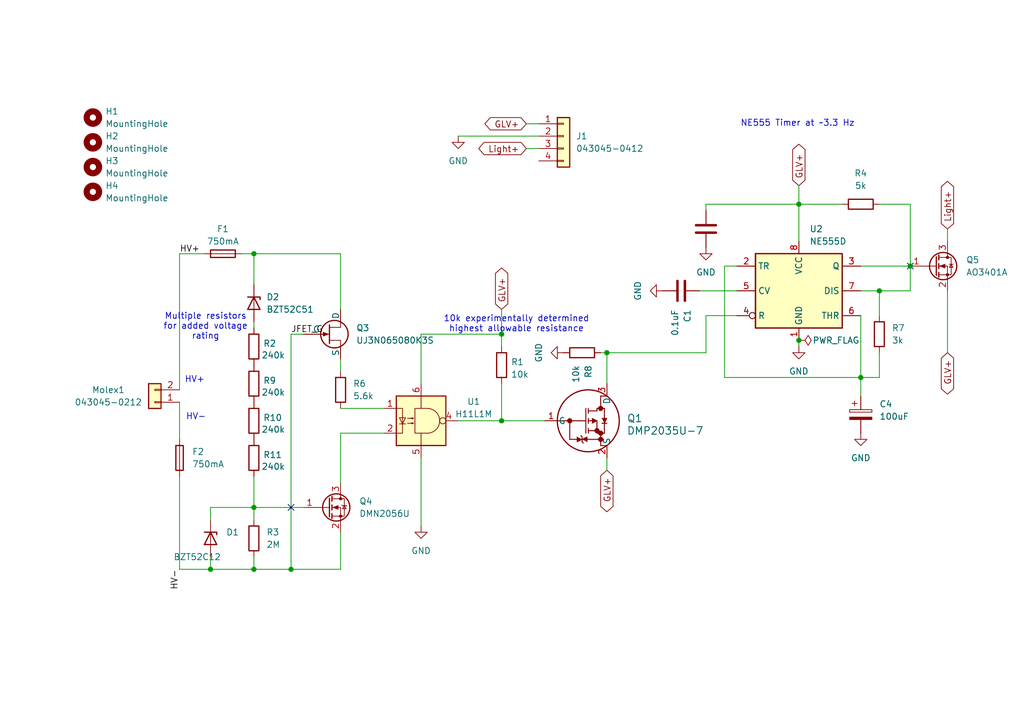
<source format=kicad_sch>
(kicad_sch (version 20250114) (generator "eeschema") (generator_version "9.0")
  (paper "A5")
  (lib_symbols
    (symbol "Connector_Generic:Conn_01x02" (pin_names (offset 1.016) (hide yes))
      (property "Reference" "J" (at 0 2.54 0))
      (property "Value" "Conn_01x02" (at 0 -5.08 0))
      (symbol "Conn_01x02_1_1"
        (rectangle (start -1.27 1.27) (end 1.27 -3.81) (stroke (width 0.254)) (fill (type background)))
        (rectangle (start -1.27 0.127) (end 0 -0.127) (stroke (width 0.1524)))
        (rectangle (start -1.27 -2.413) (end 0 -2.667) (stroke (width 0.1524)))
        (pin passive line (at -5.08 0 0) (length 3.81) (name "Pin_1") (number "1"))
        (pin passive line (at -5.08 -2.54 0) (length 3.81) (name "Pin_2") (number "2"))
      )
    )
    (symbol "Connector_Generic:Conn_01x04" (pin_names (offset 1.016) (hide yes))
      (property "Reference" "J" (at 0 5.08 0))
      (property "Value" "Conn_01x04" (at 0 -7.62 0))
      (symbol "Conn_01x04_1_1"
        (rectangle (start -1.27 3.81) (end 1.27 -6.35) (stroke (width 0.254)) (fill (type background)))
        (rectangle (start -1.27 2.667) (end 0 2.413) (stroke (width 0.1524)))
        (rectangle (start -1.27 0.127) (end 0 -0.127) (stroke (width 0.1524)))
        (rectangle (start -1.27 -2.413) (end 0 -2.667) (stroke (width 0.1524)))
        (rectangle (start -1.27 -4.953) (end 0 -5.207) (stroke (width 0.1524)))
        (pin passive line (at -5.08 2.54 0) (length 3.81) (name "Pin_1") (number "1"))
        (pin passive line (at -5.08 0 0) (length 3.81) (name "Pin_2") (number "2"))
        (pin passive line (at -5.08 -2.54 0) (length 3.81) (name "Pin_3") (number "3"))
        (pin passive line (at -5.08 -5.08 0) (length 3.81) (name "Pin_4") (number "4"))
      )
    )
    (symbol "Device:C" (pin_numbers (hide yes)) (pin_names (offset 0.254))
      (property "Reference" "C" (at 0.635 2.54 0))
      (property "Value" "C" (at 0.635 -2.54 0))
      (symbol "C_0_1"
        (polyline (pts (xy -2.032 0.762) (xy 2.032 0.762)) (stroke (width 0.508)))
        (polyline (pts (xy -2.032 -0.762) (xy 2.032 -0.762)) (stroke (width 0.508)))
      )
      (symbol "C_1_1"
        (pin passive line (at 0 3.81 270) (length 2.794) (name "~") (number "1"))
        (pin passive line (at 0 -3.81 90) (length 2.794) (name "~") (number "2"))
      )
    )
    (symbol "Device:C_Polarized" (pin_numbers (hide yes)) (pin_names (offset 0.254))
      (property "Reference" "C" (at 0.635 2.54 0))
      (property "Value" "C_Polarized" (at 0.635 -2.54 0))
      (symbol "C_Polarized_0_1"
        (rectangle (start -2.286 0.508) (end 2.286 1.016))
        (polyline (pts (xy -1.778 2.286) (xy -0.762 2.286)))
        (polyline (pts (xy -1.27 2.794) (xy -1.27 1.778)))
        (rectangle (start 2.286 -0.508) (end -2.286 -1.016) (fill (type outline)))
      )
      (symbol "C_Polarized_1_1"
        (pin passive line (at 0 3.81 270) (length 2.794) (name "~") (number "1"))
        (pin passive line (at 0 -3.81 90) (length 2.794) (name "~") (number "2"))
      )
    )
    (symbol "Device:D_Zener" (pin_numbers (hide yes)) (pin_names (offset 1.016) (hide yes))
      (property "Reference" "D" (at 0 2.54 0))
      (property "Value" "D_Zener" (at 0 -2.54 0))
      (symbol "D_Zener_0_1"
        (polyline (pts (xy -1.27 -1.27) (xy -1.27 1.27) (xy -0.762 1.27)) (stroke (width 0.254)))
        (polyline (pts (xy 1.27 0) (xy -1.27 0)))
        (polyline (pts (xy 1.27 -1.27) (xy 1.27 1.27) (xy -1.27 0) (xy 1.27 -1.27)) (stroke (width 0.254)))
      )
      (symbol "D_Zener_1_1"
        (pin passive line (at -3.81 0 0) (length 2.54) (name "K") (number "1"))
        (pin passive line (at 3.81 0 180) (length 2.54) (name "A") (number "2"))
      )
    )
    (symbol "Device:Fuse" (pin_numbers (hide yes)) (pin_names (offset 0))
      (property "Reference" "F" (at 2.032 0 90))
      (property "Value" "Fuse" (at -1.905 0 90))
      (symbol "Fuse_0_1"
        (rectangle (start -0.762 -2.54) (end 0.762 2.54) (stroke (width 0.254)))
        (polyline (pts (xy 0 2.54) (xy 0 -2.54)))
      )
      (symbol "Fuse_1_1"
        (pin passive line (at 0 3.81 270) (length 1.27) (name "~") (number "1"))
        (pin passive line (at 0 -3.81 90) (length 1.27) (name "~") (number "2"))
      )
    )
    (symbol "Device:R" (pin_numbers (hide yes)) (pin_names (offset 0))
      (property "Reference" "R" (at 2.032 0 90))
      (property "Value" "R" (at 0 0 90))
      (symbol "R_0_1"
        (rectangle (start -1.016 -2.54) (end 1.016 2.54) (stroke (width 0.254)))
      )
      (symbol "R_1_1"
        (pin passive line (at 0 3.81 270) (length 1.27) (name "~") (number "1"))
        (pin passive line (at 0 -3.81 90) (length 1.27) (name "~") (number "2"))
      )
    )
    (symbol "Diode:BZT52Bxx" (pin_numbers (hide yes)) (pin_names (hide yes))
      (property "Reference" "D" (at 0 2.54 0))
      (property "Value" "BZT52Bxx" (at 0 -2.54 0))
      (symbol "BZT52Bxx_0_1"
        (polyline (pts (xy -1.27 -1.27) (xy -1.27 1.27) (xy -0.762 1.27)) (stroke (width 0.254)))
        (polyline (pts (xy 1.27 0) (xy -1.27 0)))
        (polyline (pts (xy 1.27 -1.27) (xy 1.27 1.27) (xy -1.27 0) (xy 1.27 -1.27)) (stroke (width 0.254)))
      )
      (symbol "BZT52Bxx_1_1"
        (pin passive line (at -3.81 0 0) (length 2.54) (name "K") (number "1"))
        (pin passive line (at 3.81 0 180) (length 2.54) (name "A") (number "2"))
      )
    )
    (symbol "Isolator:H11L1" (pin_names (offset 1.016))
      (property "Reference" "U" (at 1.27 8.89 0))
      (property "Value" "H11L1" (at 1.27 6.35 0))
      (symbol "H11L1_0_1"
        (rectangle (start -5.08 5.08) (end 5.08 -5.08) (stroke (width 0.254)) (fill (type background)))
        (polyline (pts (xy -5.08 -2.54) (xy -3.81 -2.54) (xy -3.81 2.54) (xy -5.08 2.54)))
        (polyline (pts (xy -4.445 -0.635) (xy -3.175 -0.635)))
        (polyline (pts (xy -3.81 -0.635) (xy -4.445 0.635) (xy -3.175 0.635) (xy -3.81 -0.635)))
        (polyline (pts (xy -2.794 0.508) (xy -1.524 0.508) (xy -1.905 0.381) (xy -1.905 0.635) (xy -1.524 0.508)))
        (polyline (pts (xy -2.794 -0.508) (xy -1.524 -0.508) (xy -1.905 -0.635) (xy -1.905 -0.381) (xy -1.524 -0.508)))
        (polyline (pts (xy 0 2.54) (xy 0 5.08)))
        (polyline (pts (xy 0 -2.54) (xy 0 -5.08) (xy 0 -3.81)))
        (arc (start 1.27 2.54) (mid 3.799 0) (end 1.27 -2.54))
        (polyline (pts (xy 1.27 -2.54) (xy -1.27 -2.54) (xy -1.27 2.54) (xy 1.27 2.54)))
      )
      (symbol "H11L1_1_1"
        (pin passive line (at -7.62 2.54 0) (length 2.54) (name "~") (number "1"))
        (pin passive line (at -7.62 -2.54 0) (length 2.54) (name "~") (number "2"))
        (pin no_connect line (at -5.08 0 0) (length 2.54) (hide yes) (name "~") (number "3"))
        (pin power_in line (at 0 7.62 270) (length 2.54) (name "~") (number "6"))
        (pin power_in line (at 0 -7.62 90) (length 2.54) (name "~") (number "5"))
        (pin output inverted (at 7.62 0 180) (length 3.81) (name "~") (number "4"))
      )
    )
    (symbol "Mechanical:MountingHole" (pin_names (offset 1.016)) (exclude_from_sim yes) (in_bom no)
      (property "Reference" "H" (at 0 5.08 0))
      (property "Value" "MountingHole" (at 0 3.175 0))
      (symbol "MountingHole_0_1"
        (circle (center 0 0) (radius 1.27) (stroke (width 1.27)))
      )
    )
    (symbol "Simulation_SPICE:NJFET" (pin_numbers (hide yes)) (pin_names (offset 0))
      (property "Reference" "Q3" (at 5.715 1.27 0))
      (property "Value" "UJ3N120035K3S" (at 5.715 -1.27 0))
      (symbol "NJFET_0_1"
        (polyline (pts (xy 0 0) (xy -1.016 0.381) (xy -1.016 -0.381) (xy 0 0)) (fill (type outline)))
        (polyline (pts (xy 0.254 1.905) (xy 0.254 -1.905) (xy 0.254 -1.905)) (stroke (width 0.254)))
        (circle (center 1.27 0) (radius 2.8194) (stroke (width 0.254)))
        (polyline (pts (xy 2.54 2.54) (xy 2.54 1.397) (xy 0.254 1.397)))
        (polyline (pts (xy 2.54 -2.54) (xy 2.54 -1.27) (xy 0.254 -1.27)))
      )
      (symbol "NJFET_1_1"
        (pin input line (at -5.08 0 0) (length 5.334) (name "G") (number "1"))
        (pin passive line (at 2.54 5.08 270) (length 2.54) (name "D") (number "2"))
        (pin passive line (at 2.54 -5.08 90) (length 2.54) (name "S") (number "3"))
      )
    )
    (symbol "Timer:NE555D"
      (property "Reference" "U" (at -10.16 8.89 0))
      (property "Value" "NE555D" (at 2.54 8.89 0))
      (symbol "NE555D_0_0"
        (pin power_in line (at 0 10.16 270) (length 2.54) (name "VCC") (number "8"))
        (pin power_in line (at 0 -10.16 90) (length 2.54) (name "GND") (number "1"))
      )
      (symbol "NE555D_0_1"
        (rectangle (start -8.89 -7.62) (end 8.89 7.62) (stroke (width 0.254)) (fill (type background)))
        (rectangle (start -8.89 -7.62) (end 8.89 7.62) (stroke (width 0.254)) (fill (type background)))
      )
      (symbol "NE555D_1_1"
        (pin input line (at -12.7 5.08 0) (length 3.81) (name "TR") (number "2"))
        (pin input line (at -12.7 0 0) (length 3.81) (name "CV") (number "5"))
        (pin input inverted (at -12.7 -5.08 0) (length 3.81) (name "R") (number "4"))
        (pin output line (at 12.7 5.08 180) (length 3.81) (name "Q") (number "3"))
        (pin input line (at 12.7 0 180) (length 3.81) (name "DIS") (number "7"))
        (pin input line (at 12.7 -5.08 180) (length 3.81) (name "THR") (number "6"))
      )
    )
    (symbol "Transistor_FET:AO3400A" (pin_names (offset 0) (hide yes))
      (property "Reference" "Q" (at 5.08 1.905 0))
      (property "Value" "AO3400A" (at 5.08 0 0))
      (symbol "AO3400A_0_1"
        (polyline (pts (xy 0.254 1.905) (xy 0.254 -1.905)) (stroke (width 0.254)))
        (polyline (pts (xy 0.254 0) (xy -2.54 0)))
        (polyline (pts (xy 0.762 2.286) (xy 0.762 1.27)) (stroke (width 0.254)))
        (polyline (pts (xy 0.762 0.508) (xy 0.762 -0.508)) (stroke (width 0.254)))
        (polyline (pts (xy 0.762 -1.27) (xy 0.762 -2.286)) (stroke (width 0.254)))
        (polyline (pts (xy 0.762 -1.778) (xy 3.302 -1.778) (xy 3.302 1.778) (xy 0.762 1.778)))
        (polyline (pts (xy 1.016 0) (xy 2.032 0.381) (xy 2.032 -0.381) (xy 1.016 0)) (fill (type outline)))
        (circle (center 1.651 0) (radius 2.794) (stroke (width 0.254)))
        (polyline (pts (xy 2.54 2.54) (xy 2.54 1.778)))
        (circle (center 2.54 1.778) (radius 0.254) (fill (type outline)))
        (circle (center 2.54 -1.778) (radius 0.254) (fill (type outline)))
        (polyline (pts (xy 2.54 -2.54) (xy 2.54 0) (xy 0.762 0)))
        (polyline (pts (xy 2.921 0.381) (xy 3.683 0.381)))
        (polyline (pts (xy 3.302 0.381) (xy 2.921 -0.254) (xy 3.683 -0.254) (xy 3.302 0.381)))
      )
      (symbol "AO3400A_1_1"
        (pin input line (at -5.08 0 0) (length 2.54) (name "G") (number "1"))
        (pin passive line (at 2.54 5.08 270) (length 2.54) (name "D") (number "3"))
        (pin passive line (at 2.54 -5.08 90) (length 2.54) (name "S") (number "2"))
      )
    )
    (symbol "Transistor_FET:DMN2056U" (pin_names (hide yes))
      (property "Reference" "Q" (at 5.08 1.905 0))
      (property "Value" "DMN2056U" (at 5.08 0 0))
      (symbol "DMN2056U_0_1"
        (polyline (pts (xy 0.254 1.905) (xy 0.254 -1.905)) (stroke (width 0.254)))
        (polyline (pts (xy 0.254 0) (xy -2.54 0)))
        (polyline (pts (xy 0.762 2.286) (xy 0.762 1.27)) (stroke (width 0.254)))
        (polyline (pts (xy 0.762 0.508) (xy 0.762 -0.508)) (stroke (width 0.254)))
        (polyline (pts (xy 0.762 -1.27) (xy 0.762 -2.286)) (stroke (width 0.254)))
        (polyline (pts (xy 0.762 -1.778) (xy 3.302 -1.778) (xy 3.302 1.778) (xy 0.762 1.778)))
        (polyline (pts (xy 1.016 0) (xy 2.032 0.381) (xy 2.032 -0.381) (xy 1.016 0)) (fill (type outline)))
        (circle (center 1.651 0) (radius 2.794) (stroke (width 0.254)))
        (polyline (pts (xy 2.54 2.54) (xy 2.54 1.778)))
        (circle (center 2.54 1.778) (radius 0.254) (fill (type outline)))
        (circle (center 2.54 -1.778) (radius 0.254) (fill (type outline)))
        (polyline (pts (xy 2.54 -2.54) (xy 2.54 0) (xy 0.762 0)))
        (polyline (pts (xy 2.794 0.508) (xy 2.921 0.381) (xy 3.683 0.381) (xy 3.81 0.254)))
        (polyline (pts (xy 3.302 0.381) (xy 2.921 -0.254) (xy 3.683 -0.254) (xy 3.302 0.381)))
      )
      (symbol "DMN2056U_1_1"
        (pin input line (at -5.08 0 0) (length 2.54) (name "G") (number "1"))
        (pin passive line (at 2.54 5.08 270) (length 2.54) (name "D") (number "3"))
        (pin passive line (at 2.54 -5.08 90) (length 2.54) (name "S") (number "2"))
      )
    )
    (symbol "Transistor_FET:DMP2035U-7" (pin_names (offset 0.254))
      (property "Reference" "MOSFET" (at 16.51 1.27 0))
      (property "Value" "DMP2035U-7" (at 16.51 -1.27 0))
      (symbol "DMP2035U-7_0_1"
        (polyline (pts (xy 2.54 0) (xy 8.382 0)) (stroke (width 0.2032)))
        (circle (center 5.08 0) (radius 0.0254) (stroke (width 0.508)))
        (polyline (pts (xy 5.08 -3.81) (xy 5.08 0)) (stroke (width 0.2032)))
        (polyline (pts (xy 5.08 -3.81) (xy 6.604 -3.81)) (stroke (width 0.2032)))
        (polyline (pts (xy 6.604 -3.302) (xy 6.604 -4.318) (xy 7.62 -3.81)) (fill (type outline)))
        (polyline (pts (xy 7.366 -3.048) (xy 7.62 -3.302)) (stroke (width 0.2032)))
        (polyline (pts (xy 7.62 -3.302) (xy 7.62 -4.318)) (stroke (width 0.2032)))
        (polyline (pts (xy 7.62 -4.318) (xy 7.874 -4.572)) (stroke (width 0.2032)))
        (polyline (pts (xy 8.382 -2.54) (xy 8.382 2.54)) (stroke (width 0.2032)))
        (polyline (pts (xy 8.636 -3.81) (xy 11.43 -3.81)) (stroke (width 0.2032)))
        (polyline (pts (xy 8.636 -4.318) (xy 8.636 -3.302) (xy 7.62 -3.81)) (fill (type outline)))
        (polyline (pts (xy 8.89 2.032) (xy 10.668 2.032)) (stroke (width 0.2032)))
        (polyline (pts (xy 8.89 1.524) (xy 8.89 2.54)) (stroke (width 0.2032)))
        (polyline (pts (xy 8.89 0) (xy 10.668 0)) (stroke (width 0.2032)))
        (circle (center 8.89 0) (radius 6.35) (stroke (width 0.254)))
        (polyline (pts (xy 8.89 -0.508) (xy 8.89 0.508)) (stroke (width 0.2032)))
        (polyline (pts (xy 8.89 -2.032) (xy 10.668 -2.032)) (stroke (width 0.2032)))
        (polyline (pts (xy 8.89 -2.54) (xy 8.89 -1.524)) (stroke (width 0.2032)))
        (polyline (pts (xy 9.652 0.508) (xy 10.668 0) (xy 9.652 -0.508)) (fill (type outline)))
        (polyline (pts (xy 10.668 2.54) (xy 12.192 2.54)) (stroke (width 0.2032)))
        (polyline (pts (xy 10.668 2.032) (xy 10.668 2.54)) (stroke (width 0.2032)))
        (circle (center 10.668 -2.032) (radius 0.0254) (stroke (width 0.508)))
        (polyline (pts (xy 10.668 -2.54) (xy 10.668 0)) (stroke (width 0.2032)))
        (polyline (pts (xy 10.668 -2.54) (xy 12.192 -2.54)) (stroke (width 0.2032)))
        (polyline (pts (xy 11.43 5.08) (xy 11.43 2.54)) (stroke (width 0.2032)))
        (polyline (pts (xy 11.43 5.08) (xy 12.7 5.08)) (stroke (width 0.2032)))
        (circle (center 11.43 2.54) (radius 0.0254) (stroke (width 0.508)))
        (circle (center 11.43 -2.54) (radius 0.0254) (stroke (width 0.508)))
        (circle (center 11.43 -3.81) (radius 0.0254) (stroke (width 0.508)))
        (polyline (pts (xy 11.43 -5.08) (xy 11.43 -2.54)) (stroke (width 0.2032)))
        (polyline (pts (xy 11.43 -5.08) (xy 12.7 -5.08)) (stroke (width 0.2032)))
        (polyline (pts (xy 11.684 0.508) (xy 12.7 0.508) (xy 12.192 -0.508)) (fill (type outline)))
        (polyline (pts (xy 11.684 -0.508) (xy 12.7 -0.508)) (stroke (width 0.2032)))
        (polyline (pts (xy 12.192 -2.54) (xy 12.192 2.54)) (stroke (width 0.2032)))
        (pin unspecified line (at 0 0 0) (length 2.54) (name "G") (number "1"))
        (pin unspecified line (at 12.7 7.62 270) (length 2.54) (name "D") (number "3"))
        (pin unspecified line (at 12.7 -7.62 90) (length 2.54) (name "S") (number "2"))
      )
    )
    (symbol "power:GND" (power) (pin_numbers (hide yes)) (pin_names (offset 0) (hide yes))
      (property "Value" "GND" (at 0 -3.81 0))
      (symbol "GND_0_1"
        (polyline (pts (xy 0 0) (xy 0 -1.27) (xy 1.27 -1.27) (xy 0 -2.54) (xy -1.27 -1.27) (xy 0 -1.27)))
      )
      (symbol "GND_1_1"
        (pin power_in line (at 0 0 270) (length 0) (name "~") (number "1"))
      )
    )
    (symbol "power:PWR_FLAG" (power) (pin_numbers (hide yes)) (pin_names (offset 0) (hide yes))
      (property "Value" "PWR_FLAG" (at 0 3.81 0))
      (symbol "PWR_FLAG_0_0"
        (pin power_out line (at 0 0 90) (length 0) (name "~") (number "1"))
      )
      (symbol "PWR_FLAG_0_1"
        (polyline (pts (xy 0 0) (xy 0 1.27) (xy -1.016 1.905) (xy 0 2.54) (xy 1.016 1.905) (xy 0 1.27)))
      )
    )
  )
  (text "NE555 Timer at ~3.3 Hz" (at 163.576 25.4 0) (effects (font (size 1.27 1.27))))
  (text "Multiple resistors\nfor added voltage\nrating" (at 42.164 67.056 0) (effects (font (size 1.27 1.27))))
  (text "10k experimentally determined\nhighest allowable resistance" (at 105.918 66.548 0) (effects (font (size 1.27 1.27))))
  (text "HV+" (at 37.846 78.74 0) (effects (font (size 1.27 1.27)) (justify left bottom)))
  (text "HV-" (at 38.1 86.36 0) (effects (font (size 1.27 1.27)) (justify left bottom)))
  (junction (at 124.46 72.39))
  (junction (at 176.53 77.47))
  (junction (at 52.07 116.84))
  (junction (at 52.07 52.07))
  (junction (at 163.83 69.85))
  (junction (at 52.07 104.14))
  (junction (at 59.69 116.84))
  (junction (at 186.69 54.61))
  (junction (at 102.87 68.58))
  (junction (at 102.87 86.36))
  (junction (at 163.83 41.91))
  (junction (at 43.18 116.84))
  (junction (at 180.34 59.69))
  (no_connect (at 59.69 104.14))
  (no_connect (at 186.69 54.61))
  (wire (pts (xy 143.51 59.69) (xy 151.13 59.69)))
  (wire (pts (xy 176.53 64.77) (xy 176.53 77.47)))
  (wire (pts (xy 78.74 88.9) (xy 69.85 88.9)))
  (wire (pts (xy 144.78 41.91) (xy 144.78 43.18)))
  (wire (pts (xy 59.69 68.58) (xy 59.69 116.84)))
  (wire (pts (xy 52.07 52.07) (xy 52.07 58.42)))
  (wire (pts (xy 107.95 25.4) (xy 110.49 25.4)))
  (wire (pts (xy 186.69 54.61) (xy 186.69 59.69)))
  (wire (pts (xy 69.85 109.22) (xy 69.85 116.84)))
  (wire (pts (xy 69.85 52.07) (xy 69.85 63.5)))
  (wire (pts (xy 194.31 59.69) (xy 194.31 72.39)))
  (wire (pts (xy 36.83 97.79) (xy 36.83 116.84)))
  (wire (pts (xy 59.69 116.84) (xy 69.85 116.84)))
  (wire (pts (xy 69.85 88.9) (xy 69.85 99.06)))
  (wire (pts (xy 107.95 30.48) (xy 110.49 30.48)))
  (wire (pts (xy 86.36 93.98) (xy 86.36 107.95)))
  (wire (pts (xy 144.78 41.91) (xy 163.83 41.91)))
  (wire (pts (xy 124.46 96.52) (xy 124.46 93.98)))
  (wire (pts (xy 52.07 52.07) (xy 69.85 52.07)))
  (wire (pts (xy 36.83 52.07) (xy 36.83 80.01)))
  (wire (pts (xy 180.34 77.47) (xy 176.53 77.47)))
  (wire (pts (xy 163.83 38.1) (xy 163.83 41.91)))
  (wire (pts (xy 52.07 104.14) (xy 52.07 97.79)))
  (wire (pts (xy 124.46 72.39) (xy 124.46 78.74)))
  (wire (pts (xy 163.83 41.91) (xy 163.83 49.53)))
  (wire (pts (xy 180.34 41.91) (xy 186.69 41.91)))
  (wire (pts (xy 176.53 54.61) (xy 186.69 54.61)))
  (wire (pts (xy 194.31 46.99) (xy 194.31 49.53)))
  (wire (pts (xy 43.18 116.84) (xy 52.07 116.84)))
  (wire (pts (xy 144.78 64.77) (xy 144.78 72.39)))
  (wire (pts (xy 144.78 64.77) (xy 151.13 64.77)))
  (wire (pts (xy 52.07 116.84) (xy 59.69 116.84)))
  (wire (pts (xy 123.19 72.39) (xy 124.46 72.39)))
  (wire (pts (xy 93.98 86.36) (xy 102.87 86.36)))
  (wire (pts (xy 102.87 86.36) (xy 111.76 86.36)))
  (wire (pts (xy 43.18 104.14) (xy 52.07 104.14)))
  (wire (pts (xy 43.18 116.84) (xy 43.18 114.3)))
  (wire (pts (xy 36.83 116.84) (xy 43.18 116.84)))
  (wire (pts (xy 36.83 52.07) (xy 41.91 52.07)))
  (wire (pts (xy 180.34 59.69) (xy 186.69 59.69)))
  (wire (pts (xy 78.74 83.82) (xy 69.85 83.82)))
  (wire (pts (xy 69.85 73.66) (xy 69.85 76.2)))
  (wire (pts (xy 163.83 41.91) (xy 172.72 41.91)))
  (wire (pts (xy 86.36 68.58) (xy 102.87 68.58)))
  (wire (pts (xy 124.46 72.39) (xy 144.78 72.39)))
  (wire (pts (xy 148.59 77.47) (xy 148.59 54.61)))
  (wire (pts (xy 43.18 104.14) (xy 43.18 106.68)))
  (wire (pts (xy 102.87 63.5) (xy 102.87 68.58)))
  (wire (pts (xy 52.07 116.84) (xy 52.07 114.3)))
  (wire (pts (xy 52.07 104.14) (xy 62.23 104.14)))
  (wire (pts (xy 52.07 104.14) (xy 52.07 106.68)))
  (wire (pts (xy 180.34 72.39) (xy 180.34 77.47)))
  (wire (pts (xy 36.83 82.55) (xy 36.83 90.17)))
  (wire (pts (xy 49.53 52.07) (xy 52.07 52.07)))
  (wire (pts (xy 163.83 71.12) (xy 163.83 69.85)))
  (wire (pts (xy 93.98 27.94) (xy 110.49 27.94)))
  (wire (pts (xy 86.36 78.74) (xy 86.36 68.58)))
  (wire (pts (xy 180.34 59.69) (xy 180.34 64.77)))
  (wire (pts (xy 148.59 54.61) (xy 151.13 54.61)))
  (wire (pts (xy 176.53 77.47) (xy 148.59 77.47)))
  (wire (pts (xy 52.07 66.04) (xy 52.07 67.31)))
  (wire (pts (xy 176.53 59.69) (xy 180.34 59.69)))
  (wire (pts (xy 102.87 86.36) (xy 102.87 78.74)))
  (wire (pts (xy 102.87 68.58) (xy 102.87 71.12)))
  (wire (pts (xy 186.69 41.91) (xy 186.69 54.61)))
  (wire (pts (xy 176.53 77.47) (xy 176.53 81.28)))
  (wire (pts (xy 59.69 68.58) (xy 62.23 68.58)))
  (label "JFET_G" (at 59.69 68.58 0))
  (label "HV+" (at 36.83 52.07 0))
  (label "HV-" (at 36.83 116.84 270))
  (global_label "GLV+" (shape bidirectional) (at 124.46 96.52 270) (property "Intersheetrefs" "${INTERSHEET_REFS}" (effects (hide yes))))
  (global_label "GLV+" (shape bidirectional) (at 102.87 63.5 90) (property "Intersheetrefs" "${INTERSHEET_REFS}" (effects (hide yes))))
  (global_label "GLV+" (shape bidirectional) (at 194.31 72.39 270) (property "Intersheetrefs" "${INTERSHEET_REFS}" (effects (hide yes))))
  (global_label "GLV+" (shape bidirectional) (at 107.95 25.4 180) (property "Intersheetrefs" "${INTERSHEET_REFS}" (effects (hide yes))))
  (global_label "Light+" (shape bidirectional) (at 194.31 46.99 90) (property "Intersheetrefs" "${INTERSHEET_REFS}" (effects (hide yes))))
  (global_label "Light+" (shape bidirectional) (at 107.95 30.48 180) (property "Intersheetrefs" "${INTERSHEET_REFS}" (effects (hide yes))))
  (global_label "GLV+" (shape bidirectional) (at 163.83 38.1 90) (property "Intersheetrefs" "${INTERSHEET_REFS}" (effects (hide yes))))
  (symbol (lib_id "Device:C") (at 139.7 59.69 90) (unit 1)
    (property "Reference" "C1" (at 140.9701 63.5 0) (effects (justify right)))
    (property "Value" "0.1uF" (at 138.4301 63.5 0) (effects (justify right)))
    (property "Footprint" "Capacitor_SMD:C_0805_2012Metric_Pad1.18x1.45mm_HandSolder" (effects (hide yes)))
    (property "Description" "Unpolarized capacitor" (effects (hide yes)))
  )
  (symbol (lib_id "power:GND") (at 86.36 107.95 0) (unit 1)
    (property "Reference" "#PWR04" (effects (hide yes)))
    (property "Value" "GND" (at 86.36 113.03 0))
    (property "Description" "Power symbol creates a global label with name \"GND\" , ground" (effects (hide yes)))
  )
  (symbol (lib_id "Transistor_FET:AO3400A") (at 191.77 54.61 0) (unit 1)
    (property "Reference" "Q5" (at 198.12 53.3399 0) (effects (justify left)))
    (property "Value" "AO3401A" (at 198.12 55.8799 0) (effects (justify left)))
    (property "Footprint" "Package_TO_SOT_SMD:SOT-23" (effects (hide yes)))
    (property "Datasheet" "http://www.aosmd.com/pdfs/datasheet/AO3400A.pdf" (effects (hide yes)))
    (property "Description" "30V Vds, 5.7A Id, N-Channel MOSFET, SOT-23" (effects (hide yes)))
  )
  (symbol (lib_id "power:GND") (at 115.57 72.39 270) (unit 1)
    (property "Reference" "#PWR05" (effects (hide yes)))
    (property "Value" "GND" (at 110.49 72.39 0))
    (property "Description" "Power symbol creates a global label with name \"GND\" , ground" (effects (hide yes)))
  )
  (symbol (lib_id "Transistor_FET:DMN2056U") (at 67.31 104.14 0) (unit 1)
    (property "Reference" "Q4" (at 73.66 102.8699 0) (effects (justify left)))
    (property "Value" "DMN2056U" (at 73.66 105.4099 0) (effects (justify left)))
    (property "Footprint" "Package_TO_SOT_SMD:SOT-23" (effects (hide yes)))
    (property "Datasheet" "http://www.diodes.com/assets/Datasheets/DMN2056U.pdf" (effects (hide yes)))
    (property "Description" "4A Id, 20V Vds, N-Channel MOSFET, SOT-23" (effects (hide yes)))
  )
  (symbol (lib_id "Device:R") (at 69.85 80.01 0) (unit 1)
    (property "Reference" "R6" (at 72.39 78.7399 0) (effects (justify left)))
    (property "Value" "5.6k" (at 72.39 81.2799 0) (effects (justify left)))
    (property "Footprint" "Resistor_SMD:R_0805_2012Metric_Pad1.20x1.40mm_HandSolder" (effects (hide yes)))
  )
  (symbol (lib_id "Transistor_FET:DMP2035U-7") (at 111.76 86.36 0) (unit 1)
    (property "Reference" "Q1" (at 128.524 85.852 0) (effects (font (size 1.524 1.524)) (justify left)))
    (property "Value" "DMP2035U-7" (at 128.524 88.392 0) (effects (font (size 1.524 1.524)) (justify left)))
    (property "Footprint" "Package_TO_SOT_SMD:SOT-23" (effects (hide yes)))
    (property "Datasheet" "DMP2035U-7" (effects (hide yes)))
  )
  (symbol (lib_id "Device:R") (at 52.07 71.12 0) (unit 1)
    (property "Reference" "R2" (at 53.975 70.485 0) (effects (justify left)))
    (property "Value" "240k" (at 53.594 72.898 0) (effects (justify left)))
    (property "Footprint" "Resistor_SMD:R_0805_2012Metric_Pad1.20x1.40mm_HandSolder" (effects (hide yes)))
  )
  (symbol (lib_id "power:GND") (at 93.98 27.94 0) (mirror y) (unit 1)
    (property "Reference" "#PWR08" (effects (hide yes)))
    (property "Value" "GND" (at 93.98 33.02 0))
    (property "Description" "Power symbol creates a global label with name \"GND\" , ground" (effects (hide yes)))
  )
  (symbol (lib_id "Device:Fuse") (at 45.72 52.07 90) (unit 1)
    (property "Reference" "F1" (at 45.72 46.99 90))
    (property "Value" "750mA" (at 45.72 49.53 90))
    (property "Footprint" "Fuse:Fuse_1206_3216Metric" (effects (hide yes)))
  )
  (symbol (lib_id "Device:R") (at 52.07 78.74 0) (unit 1)
    (property "Reference" "R9" (at 53.975 78.105 0) (effects (justify left)))
    (property "Value" "240k" (at 53.594 80.518 0) (effects (justify left)))
    (property "Footprint" "Resistor_SMD:R_0805_2012Metric_Pad1.20x1.40mm_HandSolder" (effects (hide yes)))
  )
  (symbol (lib_id "power:GND") (at 135.89 59.69 270) (unit 1)
    (property "Reference" "#PWR03" (effects (hide yes)))
    (property "Value" "GND" (at 130.81 59.69 0))
    (property "Description" "Power symbol creates a global label with name \"GND\" , ground" (effects (hide yes)))
  )
  (symbol (lib_id "power:GND") (at 144.78 50.8 0) (unit 1)
    (property "Reference" "#PWR06" (effects (hide yes)))
    (property "Value" "GND" (at 144.78 55.88 0))
    (property "Description" "Power symbol creates a global label with name \"GND\" , ground" (effects (hide yes)))
  )
  (symbol (lib_id "Device:R") (at 176.53 41.91 90) (unit 1)
    (property "Reference" "R4" (at 176.53 35.56 90))
    (property "Value" "5k" (at 176.53 38.1 90))
    (property "Footprint" "Resistor_SMD:R_0805_2012Metric_Pad1.20x1.40mm_HandSolder" (effects (hide yes)))
    (property "Description" "Resistor" (effects (hide yes)))
  )
  (symbol (lib_id "Device:R") (at 52.07 93.98 0) (unit 1)
    (property "Reference" "R11" (at 53.975 93.345 0) (effects (justify left)))
    (property "Value" "240k" (at 53.594 95.758 0) (effects (justify left)))
    (property "Footprint" "Resistor_SMD:R_0805_2012Metric_Pad1.20x1.40mm_HandSolder" (effects (hide yes)))
  )
  (symbol (lib_id "Device:C") (at 144.78 46.99 180) (unit 1)
    (property "Reference" "C3" (effects (hide yes)))
    (property "Value" "1uF" (effects (hide yes)))
    (property "Footprint" "Capacitor_SMD:C_0805_2012Metric_Pad1.18x1.45mm_HandSolder" (effects (hide yes)))
    (property "Description" "Unpolarized capacitor" (effects (hide yes)))
  )
  (symbol (lib_id "power:PWR_FLAG") (at 163.83 69.85 270) (unit 1)
    (property "Reference" "#FLG01" (effects (hide yes)))
    (property "Value" "PWR_FLAG" (at 166.624 69.85 90) (effects (justify left)))
    (property "Description" "Special symbol for telling ERC where power comes from" (effects (hide yes)))
  )
  (symbol (lib_id "Simulation_SPICE:NJFET") (at 67.31 68.58 0) (unit 1)
    (property "Reference" "Q3" (at 73.025 67.31 0) (effects (justify left)))
    (property "Value" "UJ3N065080K3S" (at 73.025 69.85 0) (effects (justify left)))
    (property "Footprint" "Package_TO_SOT_THT:TO-247-3_Horizontal_TabDown" (effects (hide yes)))
    (property "Sim.Device" "NJFET" (effects (hide yes)))
    (property "Sim.Type" "SHICHMANHODGES" (effects (hide yes)))
    (property "Sim.Pins" "1=D 2=G 3=S" (effects (hide yes)))
  )
  (symbol (lib_id "Device:R") (at 52.07 86.36 0) (unit 1)
    (property "Reference" "R10" (at 53.975 85.725 0) (effects (justify left)))
    (property "Value" "240k" (at 53.594 88.138 0) (effects (justify left)))
    (property "Footprint" "Resistor_SMD:R_0805_2012Metric_Pad1.20x1.40mm_HandSolder" (effects (hide yes)))
  )
  (symbol (lib_id "Device:R") (at 52.07 110.49 0) (unit 1)
    (property "Reference" "R3" (at 54.61 109.2199 0) (effects (justify left)))
    (property "Value" "2M" (at 54.61 111.7599 0) (effects (justify left)))
    (property "Footprint" "Resistor_SMD:R_0805_2012Metric_Pad1.20x1.40mm_HandSolder" (effects (hide yes)))
  )
  (symbol (lib_id "Timer:NE555D") (at 163.83 59.69 0) (unit 1)
    (property "Reference" "U2" (at 166.0241 46.99 0) (effects (justify left)))
    (property "Value" "NE555D" (at 166.0241 49.53 0) (effects (justify left)))
    (property "Footprint" "Package_SO:SOIC-8_3.9x4.9mm_P1.27mm" (effects (hide yes)))
    (property "Datasheet" "http://www.ti.com/lit/ds/symlink/ne555.pdf" (effects (hide yes)))
    (property "Description" "Precision Timers, 555 compatible, SOIC-8" (effects (hide yes)))
  )
  (symbol (lib_id "Device:R") (at 119.38 72.39 90) (unit 1)
    (property "Reference" "R8" (at 120.6501 74.93 0) (effects (justify right)))
    (property "Value" "10k" (at 118.1101 74.93 0) (effects (justify right)))
    (property "Footprint" "Resistor_SMD:R_0805_2012Metric_Pad1.20x1.40mm_HandSolder" (effects (hide yes)))
    (property "Description" "Resistor" (effects (hide yes)))
  )
  (symbol (lib_id "Device:Fuse") (at 36.83 93.98 180) (unit 1)
    (property "Reference" "F2" (at 39.37 92.7099 0) (effects (justify right)))
    (property "Value" "750mA" (at 39.37 95.2499 0) (effects (justify right)))
    (property "Footprint" "Fuse:Fuse_1206_3216Metric" (effects (hide yes)))
  )
  (symbol (lib_id "Mechanical:MountingHole") (at 19.05 24.13 0) (unit 1) (exclude_from_sim yes) (in_bom no)
    (property "Reference" "H1" (at 21.59 22.8599 0) (effects (justify left)))
    (property "Value" "MountingHole" (at 21.59 25.3999 0) (effects (justify left)))
    (property "Footprint" "MountingHole:MountingHole_4.3mm_M4" (effects (hide yes)))
    (property "Description" "Mounting Hole without connection" (effects (hide yes)))
  )
  (symbol (lib_id "Isolator:H11L1") (at 86.36 86.36 0) (unit 1)
    (property "Reference" "U1" (at 97.155 82.4231 0))
    (property "Value" "H11L1M" (at 97.155 84.9631 0))
    (property "Footprint" "Package_DIP:DIP-6_W7.62mm" (effects (hide yes)))
    (property "Datasheet" "https://www.onsemi.com/pub/Collateral/H11L3M-D.PDF" (effects (hide yes)))
  )
  (symbol (lib_id "Mechanical:MountingHole") (at 19.05 34.29 0) (unit 1) (exclude_from_sim yes) (in_bom no)
    (property "Reference" "H3" (at 21.59 33.0199 0) (effects (justify left)))
    (property "Value" "MountingHole" (at 21.59 35.5599 0) (effects (justify left)))
    (property "Footprint" "MountingHole:MountingHole_4.3mm_M4" (effects (hide yes)))
    (property "Description" "Mounting Hole without connection" (effects (hide yes)))
  )
  (symbol (lib_id "Connector_Generic:Conn_01x04") (at 115.57 27.94 0) (unit 1)
    (property "Reference" "J1" (at 118.11 27.94 0) (effects (justify left)))
    (property "Value" "043045-0412" (at 118.11 30.48 0) (effects (justify left)))
    (property "Footprint" "Connector_Molex:Molex_Micro-Fit_3.0_43045-0412_2x02_P3.00mm_Vertical" (effects (hide yes)))
  )
  (symbol (lib_id "Mechanical:MountingHole") (at 19.05 39.37 0) (unit 1) (exclude_from_sim yes) (in_bom no)
    (property "Reference" "H4" (at 21.59 38.0999 0) (effects (justify left)))
    (property "Value" "MountingHole" (at 21.59 40.6399 0) (effects (justify left)))
    (property "Footprint" "MountingHole:MountingHole_4.3mm_M4" (effects (hide yes)))
    (property "Description" "Mounting Hole without connection" (effects (hide yes)))
  )
  (symbol (lib_id "power:GND") (at 176.53 88.9 0) (unit 1)
    (property "Reference" "#PWR02" (effects (hide yes)))
    (property "Value" "GND" (at 176.53 93.98 0))
    (property "Description" "Power symbol creates a global label with name \"GND\" , ground" (effects (hide yes)))
  )
  (symbol (lib_id "Connector_Generic:Conn_01x02") (at 31.75 82.55 180) (unit 1)
    (property "Reference" "Molex1" (at 22.225 80.01 0))
    (property "Value" "043045-0212" (at 22.225 82.55 0))
    (property "Footprint" "Connector_Molex:Molex_Micro-Fit_3.0_43045-0212_2x01_P3.00mm_Vertical" (effects (hide yes)))
  )
  (symbol (lib_id "Device:R") (at 180.34 68.58 180) (unit 1)
    (property "Reference" "R7" (at 182.88 67.3099 0) (effects (justify right)))
    (property "Value" "3k" (at 182.88 69.8499 0) (effects (justify right)))
    (property "Footprint" "Resistor_SMD:R_0805_2012Metric_Pad1.20x1.40mm_HandSolder" (effects (hide yes)))
    (property "Description" "Resistor" (effects (hide yes)))
  )
  (symbol (lib_id "Device:D_Zener") (at 43.18 110.49 270) (unit 1)
    (property "Reference" "D1" (at 46.355 109.22 90) (effects (justify left)))
    (property "Value" "BZT52C12" (at 35.56 114.3 90) (effects (justify left)))
    (property "Footprint" "Diode_SMD:D_SOD-123" (effects (hide yes)))
  )
  (symbol (lib_id "Diode:BZT52Bxx") (at 52.07 62.23 270) (unit 1)
    (property "Reference" "D2" (at 54.61 60.9599 90) (effects (justify left)))
    (property "Value" "BZT52C51" (at 54.61 63.4999 90) (effects (justify left)))
    (property "Footprint" "Diode_SMD:D_SOD-123F" (effects (hide yes)))
    (property "Datasheet" "https://diotec.com/tl_files/diotec/files/pdf/datasheets/bzt52b2v4.pdf" (effects (hide yes)))
    (property "Description" "500mW Zener Diode, SOD-123F" (effects (hide yes)))
  )
  (symbol (lib_id "Mechanical:MountingHole") (at 19.05 29.21 0) (unit 1) (exclude_from_sim yes) (in_bom no)
    (property "Reference" "H2" (at 21.59 27.9399 0) (effects (justify left)))
    (property "Value" "MountingHole" (at 21.59 30.4799 0) (effects (justify left)))
    (property "Footprint" "MountingHole:MountingHole_4.3mm_M4" (effects (hide yes)))
    (property "Description" "Mounting Hole without connection" (effects (hide yes)))
  )
  (symbol (lib_id "power:GND") (at 163.83 71.12 0) (unit 1)
    (property "Reference" "#PWR01" (effects (hide yes)))
    (property "Value" "GND" (at 163.83 76.2 0))
    (property "Description" "Power symbol creates a global label with name \"GND\" , ground" (effects (hide yes)))
  )
  (symbol (lib_id "Device:C_Polarized") (at 176.53 85.09 0) (unit 1)
    (property "Reference" "C4" (at 180.34 82.9309 0) (effects (justify left)))
    (property "Value" "100uF" (at 180.34 85.4709 0) (effects (justify left)))
    (property "Footprint" "Capacitor_SMD:CP_Elec_6.3x5.4" (effects (hide yes)))
    (property "Description" "Polarized capacitor" (effects (hide yes)))
  )
  (symbol (lib_id "Device:R") (at 102.87 74.93 0) (unit 1)
    (property "Reference" "R1" (at 104.775 74.295 0) (effects (justify left)))
    (property "Value" "10k" (at 104.775 76.835 0) (effects (justify left)))
    (property "Footprint" "Resistor_SMD:R_0805_2012Metric_Pad1.20x1.40mm_HandSolder" (effects (hide yes)))
  )
)
</source>
